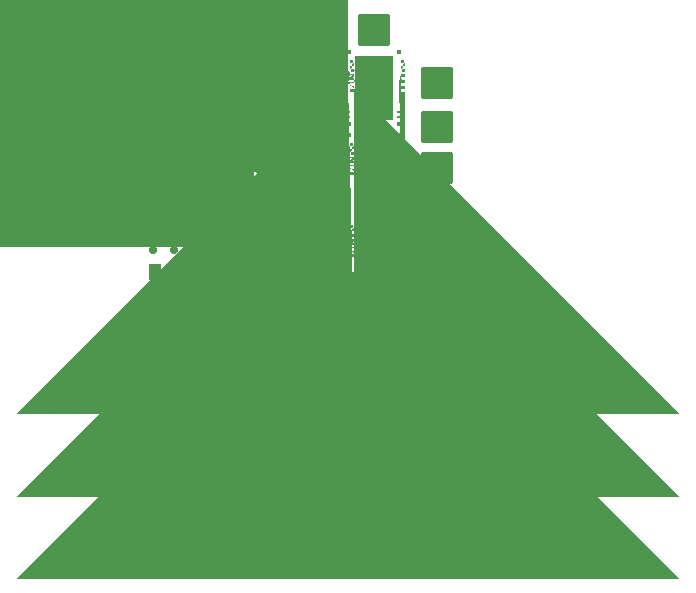
<source format=gts>
G04 #@! TF.GenerationSoftware,KiCad,Pcbnew,(6.0.7-1)-1*
G04 #@! TF.CreationDate,2023-01-06T03:53:42-05:00*
G04 #@! TF.ProjectId,O32controller,4f333263-6f6e-4747-926f-6c6c65722e6b,rev?*
G04 #@! TF.SameCoordinates,Original*
G04 #@! TF.FileFunction,Soldermask,Top*
G04 #@! TF.FilePolarity,Negative*
%FSLAX46Y46*%
G04 Gerber Fmt 4.6, Leading zero omitted, Abs format (unit mm)*
G04 Created by KiCad (PCBNEW (6.0.7-1)-1) date 2023-01-06 03:53:42*
%MOMM*%
%LPD*%
G01*
G04 APERTURE LIST*
G04 Aperture macros list*
%AMRoundRect*
0 Rectangle with rounded corners*
0 $1 Rounding radius*
0 $2 $3 $4 $5 $6 $7 $8 $9 X,Y pos of 4 corners*
0 Add a 4 corners polygon primitive as box body*
4,1,4,$2,$3,$4,$5,$6,$7,$8,$9,$2,$3,0*
0 Add four circle primitives for the rounded corners*
1,1,$1+$1,$2,$3*
1,1,$1+$1,$4,$5*
1,1,$1+$1,$6,$7*
1,1,$1+$1,$8,$9*
0 Add four rect primitives between the rounded corners*
20,1,$1+$1,$2,$3,$4,$5,0*
20,1,$1+$1,$4,$5,$6,$7,0*
20,1,$1+$1,$6,$7,$8,$9,0*
20,1,$1+$1,$8,$9,$2,$3,0*%
%AMFreePoly0*
4,1,78,0.535355,2.120355,0.550000,2.085000,0.550000,1.935000,0.535355,1.899645,0.500000,1.885000,0.150000,1.885000,0.150000,1.635000,0.500000,1.635000,0.535355,1.620355,0.550000,1.585000,0.550000,1.435000,0.535355,1.399645,0.500000,1.385000,0.150000,1.385000,0.150000,1.135000,0.500000,1.135000,0.535355,1.120355,0.550000,1.085000,0.550000,0.935000,0.535355,0.899645,
0.500000,0.885000,0.150000,0.885000,0.150000,0.635000,0.500000,0.635000,0.535355,0.620355,0.550000,0.585000,0.550000,0.435000,0.535355,0.399645,0.500000,0.385000,0.150000,0.385000,0.150000,0.135000,0.500000,0.135000,0.535355,0.120355,0.550000,0.085000,0.550000,-0.065000,0.535355,-0.100355,0.500000,-0.115000,0.150000,-0.115000,0.150000,-0.365000,0.500000,-0.365000,
0.535355,-0.379645,0.550000,-0.415000,0.550000,-0.565000,0.535355,-0.600355,0.500000,-0.615000,0.150000,-0.615000,0.150000,-0.865000,0.500000,-0.865000,0.535355,-0.879645,0.550000,-0.915000,0.550000,-1.065000,0.535355,-1.100355,0.500000,-1.115000,0.150000,-1.115000,0.150000,-1.365000,0.500000,-1.365000,0.535355,-1.379645,0.550000,-1.415000,0.550000,-1.565000,0.535355,-1.600355,
0.500000,-1.615000,0.150000,-1.615000,0.150000,-1.865000,0.500000,-1.865000,0.535355,-1.879645,0.550000,-1.915000,0.550000,-2.065000,0.535355,-2.100355,0.500000,-2.115000,-0.100000,-2.115000,-0.102414,-2.114000,-0.150000,-2.114000,-0.150000,2.114000,-0.137987,2.114000,-0.135355,2.120355,-0.100000,2.135000,0.500000,2.135000,0.535355,2.120355,0.535355,2.120355,$1*%
G04 Aperture macros list end*
%ADD10R,0.700001X0.249999*%
%ADD11FreePoly0,0.000000*%
%ADD12FreePoly0,180.000000*%
%ADD13R,0.429999X0.375001*%
%ADD14R,3.300001X5.399999*%
%ADD15R,0.385000X0.690000*%
%ADD16R,1.035000X0.690000*%
%ADD17RoundRect,0.269607X-1.105393X-1.105393X1.105393X-1.105393X1.105393X1.105393X-1.105393X1.105393X0*%
%ADD18RoundRect,0.218750X0.256250X-0.218750X0.256250X0.218750X-0.256250X0.218750X-0.256250X-0.218750X0*%
%ADD19RoundRect,0.140000X0.140000X0.170000X-0.140000X0.170000X-0.140000X-0.170000X0.140000X-0.170000X0*%
%ADD20RoundRect,0.225000X0.250000X-0.225000X0.250000X0.225000X-0.250000X0.225000X-0.250000X-0.225000X0*%
%ADD21C,0.700000*%
%ADD22R,1.050000X1.400000*%
%ADD23RoundRect,0.135000X0.135000X0.185000X-0.135000X0.185000X-0.135000X-0.185000X0.135000X-0.185000X0*%
%ADD24RoundRect,0.062500X-0.375000X-0.062500X0.375000X-0.062500X0.375000X0.062500X-0.375000X0.062500X0*%
%ADD25RoundRect,0.062500X-0.062500X-0.375000X0.062500X-0.375000X0.062500X0.375000X-0.062500X0.375000X0*%
%ADD26R,2.800000X2.800000*%
%ADD27RoundRect,0.135000X0.185000X-0.135000X0.185000X0.135000X-0.185000X0.135000X-0.185000X-0.135000X0*%
%ADD28RoundRect,0.140000X-0.170000X0.140000X-0.170000X-0.140000X0.170000X-0.140000X0.170000X0.140000X0*%
%ADD29R,3.200000X1.600000*%
%ADD30RoundRect,0.135000X-0.135000X-0.185000X0.135000X-0.185000X0.135000X0.185000X-0.135000X0.185000X0*%
%ADD31RoundRect,0.176470X-0.723530X-0.723530X0.723530X-0.723530X0.723530X0.723530X-0.723530X0.723530X0*%
%ADD32R,1.600000X0.650000*%
%ADD33RoundRect,0.135000X-0.185000X0.135000X-0.185000X-0.135000X0.185000X-0.135000X0.185000X0.135000X0*%
%ADD34RoundRect,0.140000X0.170000X-0.140000X0.170000X0.140000X-0.170000X0.140000X-0.170000X-0.140000X0*%
%ADD35R,0.690000X0.385000*%
%ADD36R,0.690000X1.035000*%
%ADD37RoundRect,0.225000X-0.250000X0.225000X-0.250000X-0.225000X0.250000X-0.225000X0.250000X0.225000X0*%
G04 APERTURE END LIST*
D10*
X58800000Y-52500000D03*
X58800000Y-52000001D03*
D11*
X58600000Y-49511000D03*
D12*
X54300000Y-49490000D03*
D10*
X54100000Y-52000001D03*
X54100000Y-52500000D03*
D13*
X58565000Y-53012999D03*
X58565000Y-46987001D03*
X54335000Y-46987001D03*
X54335000Y-53012999D03*
D14*
X56450000Y-50000000D03*
D10*
X58800000Y-59500000D03*
X58800000Y-59000001D03*
D11*
X58600000Y-56511000D03*
D12*
X54300000Y-56490000D03*
D10*
X54100000Y-59000001D03*
X54100000Y-59500000D03*
D13*
X58565000Y-60012999D03*
X58565000Y-53987001D03*
X54335000Y-53987001D03*
X54335000Y-60012999D03*
D14*
X56450000Y-57000000D03*
D10*
X58800000Y-45500000D03*
X58800000Y-45000001D03*
D11*
X58600000Y-42511000D03*
D12*
X54300000Y-42490000D03*
D10*
X54100000Y-45000001D03*
X54100000Y-45500000D03*
D13*
X58565000Y-46012999D03*
X58565000Y-39987001D03*
X54335000Y-39987001D03*
X54335000Y-46012999D03*
D14*
X56450000Y-43000000D03*
D15*
X40108500Y-45900000D03*
D16*
X39116500Y-45900000D03*
D17*
X61850000Y-53550000D03*
X61850000Y-49750000D03*
X56450000Y-38100000D03*
D18*
X37250000Y-45775000D03*
X37250000Y-44200000D03*
D19*
X43180000Y-44450000D03*
X42220000Y-44450000D03*
D20*
X37550000Y-50925000D03*
X37550000Y-49375000D03*
D21*
X37750000Y-56750000D03*
X39550000Y-56750000D03*
D22*
X39375000Y-58550000D03*
X39375000Y-54950000D03*
X37925000Y-54950000D03*
X37925000Y-58550000D03*
D23*
X51060000Y-49200000D03*
X50040000Y-49200000D03*
X45310000Y-54900000D03*
X44290000Y-54900000D03*
D24*
X41562500Y-47250000D03*
X41562500Y-47750000D03*
X41562500Y-48250000D03*
X41562500Y-48750000D03*
X41562500Y-49250000D03*
X41562500Y-49750000D03*
X41562500Y-50250000D03*
X41562500Y-50750000D03*
X41562500Y-51250000D03*
X41562500Y-51750000D03*
X41562500Y-52250000D03*
X41562500Y-52750000D03*
D25*
X42250000Y-53437500D03*
X42750000Y-53437500D03*
X43250000Y-53437500D03*
X43750000Y-53437500D03*
X44250000Y-53437500D03*
X44750000Y-53437500D03*
X45250000Y-53437500D03*
X45750000Y-53437500D03*
X46250000Y-53437500D03*
X46750000Y-53437500D03*
X47250000Y-53437500D03*
X47750000Y-53437500D03*
D24*
X48437500Y-52750000D03*
X48437500Y-52250000D03*
X48437500Y-51750000D03*
X48437500Y-51250000D03*
X48437500Y-50750000D03*
X48437500Y-50250000D03*
X48437500Y-49750000D03*
X48437500Y-49250000D03*
X48437500Y-48750000D03*
X48437500Y-48250000D03*
X48437500Y-47750000D03*
X48437500Y-47250000D03*
D25*
X47750000Y-46562500D03*
X47250000Y-46562500D03*
X46750000Y-46562500D03*
X46250000Y-46562500D03*
X45750000Y-46562500D03*
X45250000Y-46562500D03*
X44750000Y-46562500D03*
X44250000Y-46562500D03*
X43750000Y-46562500D03*
X43250000Y-46562500D03*
X42750000Y-46562500D03*
X42250000Y-46562500D03*
D26*
X45000000Y-50000000D03*
D19*
X45280000Y-55850000D03*
X44320000Y-55850000D03*
D27*
X47600000Y-55920000D03*
X47600000Y-54900000D03*
D28*
X50550000Y-50120000D03*
X50550000Y-51080000D03*
D29*
X49750000Y-40100000D03*
X44750000Y-40100000D03*
D30*
X42150000Y-56070000D03*
X43170000Y-56070000D03*
X49540000Y-54300000D03*
X50560000Y-54300000D03*
D27*
X38450000Y-42810000D03*
X38450000Y-41790000D03*
D28*
X49900000Y-46640000D03*
X49900000Y-47600000D03*
D31*
X41800000Y-60100000D03*
D32*
X37800000Y-52225000D03*
X37800000Y-53575000D03*
D17*
X61850000Y-46350000D03*
D27*
X38450000Y-44860000D03*
X38450000Y-43840000D03*
D23*
X43210000Y-45400000D03*
X42190000Y-45400000D03*
D17*
X61850000Y-42550000D03*
D33*
X40200000Y-46960000D03*
X40200000Y-47980000D03*
D34*
X41250000Y-45400000D03*
X41250000Y-44440000D03*
D28*
X48600000Y-54940000D03*
X48600000Y-55900000D03*
X40400000Y-51900000D03*
X40400000Y-52860000D03*
D30*
X50930000Y-47550000D03*
X51950000Y-47550000D03*
D18*
X37250000Y-42800000D03*
X37250000Y-41225000D03*
D31*
X41800000Y-62350000D03*
D23*
X43160000Y-55120000D03*
X42140000Y-55120000D03*
X52760000Y-45200000D03*
X51740000Y-45200000D03*
D35*
X40700000Y-54525500D03*
D36*
X40700000Y-55517500D03*
D17*
X56450000Y-61900000D03*
D29*
X49750000Y-59900000D03*
X44750000Y-59900000D03*
D37*
X39050000Y-49375000D03*
X39050000Y-50925000D03*
D35*
X37500000Y-48224500D03*
D36*
X37500000Y-47232500D03*
D17*
X61850000Y-56950000D03*
D28*
X39250000Y-46970000D03*
X39250000Y-47930000D03*
D23*
X50560000Y-53350000D03*
X49540000Y-53350000D03*
D30*
X51890000Y-53250000D03*
X52910000Y-53250000D03*
M02*

</source>
